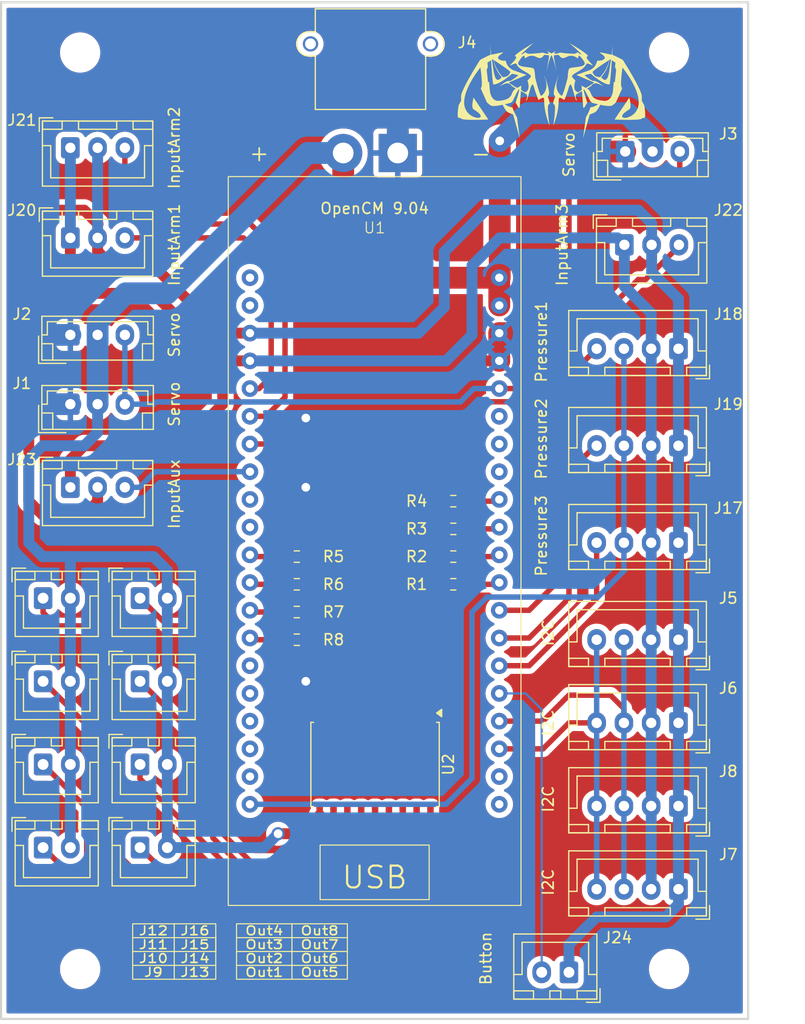
<source format=kicad_pcb>
(kicad_pcb
	(version 20240108)
	(generator "pcbnew")
	(generator_version "8.0")
	(general
		(thickness 1.6)
		(legacy_teardrops no)
	)
	(paper "A4")
	(layers
		(0 "F.Cu" signal)
		(31 "B.Cu" signal)
		(32 "B.Adhes" user "B.Adhesive")
		(33 "F.Adhes" user "F.Adhesive")
		(34 "B.Paste" user)
		(35 "F.Paste" user)
		(36 "B.SilkS" user "B.Silkscreen")
		(37 "F.SilkS" user "F.Silkscreen")
		(38 "B.Mask" user)
		(39 "F.Mask" user)
		(40 "Dwgs.User" user "User.Drawings")
		(41 "Cmts.User" user "User.Comments")
		(42 "Eco1.User" user "User.Eco1")
		(43 "Eco2.User" user "User.Eco2")
		(44 "Edge.Cuts" user)
		(45 "Margin" user)
		(46 "B.CrtYd" user "B.Courtyard")
		(47 "F.CrtYd" user "F.Courtyard")
		(48 "B.Fab" user)
		(49 "F.Fab" user)
		(50 "User.1" user)
		(51 "User.2" user)
		(52 "User.3" user)
		(53 "User.4" user)
		(54 "User.5" user)
		(55 "User.6" user)
		(56 "User.7" user)
		(57 "User.8" user)
		(58 "User.9" user)
	)
	(setup
		(pad_to_mask_clearance 0)
		(allow_soldermask_bridges_in_footprints no)
		(pcbplotparams
			(layerselection 0x00010fc_ffffffff)
			(plot_on_all_layers_selection 0x0000000_00000000)
			(disableapertmacros no)
			(usegerberextensions no)
			(usegerberattributes yes)
			(usegerberadvancedattributes yes)
			(creategerberjobfile yes)
			(dashed_line_dash_ratio 12.000000)
			(dashed_line_gap_ratio 3.000000)
			(svgprecision 4)
			(plotframeref no)
			(viasonmask no)
			(mode 1)
			(useauxorigin no)
			(hpglpennumber 1)
			(hpglpenspeed 20)
			(hpglpendiameter 15.000000)
			(pdf_front_fp_property_popups yes)
			(pdf_back_fp_property_popups yes)
			(dxfpolygonmode yes)
			(dxfimperialunits yes)
			(dxfusepcbnewfont yes)
			(psnegative no)
			(psa4output no)
			(plotreference yes)
			(plotvalue yes)
			(plotfptext yes)
			(plotinvisibletext no)
			(sketchpadsonfab no)
			(subtractmaskfromsilk no)
			(outputformat 1)
			(mirror no)
			(drillshape 1)
			(scaleselection 1)
			(outputdirectory "")
		)
	)
	(net 0 "")
	(net 1 "Net-(J1-Pin_3)")
	(net 2 "GND")
	(net 3 "+12V")
	(net 4 "+3V3")
	(net 5 "/SDA2")
	(net 6 "GNDD")
	(net 7 "/SCL2")
	(net 8 "Net-(J9-Pin_1)")
	(net 9 "Net-(J10-Pin_1)")
	(net 10 "Net-(J11-Pin_1)")
	(net 11 "Net-(J12-Pin_1)")
	(net 12 "Net-(J13-Pin_1)")
	(net 13 "Net-(J14-Pin_1)")
	(net 14 "Net-(J15-Pin_1)")
	(net 15 "Net-(J16-Pin_1)")
	(net 16 "/OUT3")
	(net 17 "/SCK")
	(net 18 "/OUT1")
	(net 19 "/OUT2")
	(net 20 "Net-(J20-Pin_3)")
	(net 21 "Net-(J21-Pin_3)")
	(net 22 "Net-(J22-Pin_3)")
	(net 23 "Net-(J23-Pin_3)")
	(net 24 "Net-(U2-I1)")
	(net 25 "PIN_OUT1")
	(net 26 "Net-(U2-I2)")
	(net 27 "PIN_OUT2")
	(net 28 "PIN_OUT3")
	(net 29 "Net-(U2-I3)")
	(net 30 "PIN_OUT4")
	(net 31 "Net-(U2-I4)")
	(net 32 "PIN_OUT5")
	(net 33 "Net-(U2-I5)")
	(net 34 "Net-(U2-I6)")
	(net 35 "PIN_OUT6")
	(net 36 "Net-(U2-I7)")
	(net 37 "PIN_OUT7")
	(net 38 "PIN_OUT8")
	(net 39 "Net-(U2-I8)")
	(net 40 "RXD1")
	(net 41 "unconnected-(U1-D-Pad26)")
	(net 42 "unconnected-(U1-L-Pad28)")
	(net 43 "unconnected-(U1-5V-Pad39)")
	(net 44 "unconnected-(U1-D13-Pad18)")
	(net 45 "+5V")
	(net 46 "unconnected-(U1-RST-Pad1)")
	(net 47 "unconnected-(U1-A5-Pad10)")
	(net 48 "unconnected-(U1-A4-Pad9)")
	(net 49 "unconnected-(U1-D10-Pad15)")
	(net 50 "unconnected-(U1-AREF-Pad40)")
	(net 51 "/LED")
	(net 52 "Net-(J24-Pin_2)")
	(net 53 "TXD1")
	(net 54 "unconnected-(U1-X-Pad27)")
	(footprint "MountingHole:MountingHole_3.2mm_M3" (layer "F.Cu") (at 162.85 74.45))
	(footprint "Connector_JST:JST_EH_B3B-EH-A_1x03_P2.50mm_Vertical" (layer "F.Cu") (at 107.95 106.68))
	(footprint "Resistor_SMD:R_0603_1608Metric" (layer "F.Cu") (at 128.715 128.27))
	(footprint "Connector_JST:JST_XH_B4B-XH-A_1x04_P2.50mm_Vertical" (layer "F.Cu") (at 163.71 128.27 180))
	(footprint "Connector_JST:JST_XH_B2B-XH-A_1x02_P2.50mm_Vertical" (layer "F.Cu") (at 105.45 132.08))
	(footprint "Connector_JST:JST_XH_B4B-XH-A_1x04_P2.50mm_Vertical" (layer "F.Cu") (at 163.71 119.38 180))
	(footprint "Connector_JST:JST_XH_B4B-XH-A_1x04_P2.50mm_Vertical" (layer "F.Cu") (at 163.71 101.6 180))
	(footprint "Resistor_SMD:R_0603_1608Metric" (layer "F.Cu") (at 143.065 115.57 180))
	(footprint "Connector_JST:JST_XH_B4B-XH-A_1x04_P2.50mm_Vertical" (layer "F.Cu") (at 163.71 110.49 180))
	(footprint "Connector_AMASS:AMASS_XT30PW-M_1x02_P2.50mm_Horizontal" (layer "F.Cu") (at 137.97 83.66))
	(footprint "Connector_JST:JST_XH_B2B-XH-A_1x02_P2.50mm_Vertical" (layer "F.Cu") (at 105.45 139.7))
	(footprint "Connector_JST:JST_XH_B4B-XH-A_1x04_P2.50mm_Vertical" (layer "F.Cu") (at 163.71 135.89 180))
	(footprint "MountingHole:MountingHole_3.2mm_M3" (layer "F.Cu") (at 108.85 74.45))
	(footprint "Connector_JST:JST_EH_B3B-EH-A_1x03_P2.50mm_Vertical" (layer "F.Cu") (at 158.83 83.52))
	(footprint "Connector_JST:JST_XH_B4B-XH-A_1x04_P2.50mm_Vertical" (layer "F.Cu") (at 163.71 151.13 180))
	(footprint "Connector_JST:JST_XH_B2B-XH-A_1x02_P2.50mm_Vertical" (layer "F.Cu") (at 114.34 139.7))
	(footprint "Connector_JST:JST_XH_B2B-XH-A_1x02_P2.50mm_Vertical" (layer "F.Cu") (at 105.45 147.32))
	(footprint "Connector_JST:JST_XH_B2B-XH-A_1x02_P2.50mm_Vertical" (layer "F.Cu") (at 114.34 147.32))
	(footprint "Connector_JST:JST_XH_B3B-XH-A_1x03_P2.50mm_Vertical" (layer "F.Cu") (at 107.95 83.185))
	(footprint "Connector_JST:JST_XH_B3B-XH-A_1x03_P2.50mm_Vertical" (layer "F.Cu") (at 158.75 92.075))
	(footprint "Resistor_SMD:R_0603_1608Metric" (layer "F.Cu") (at 143.065 123.19 180))
	(footprint "MountingHole:MountingHole_3.2mm_M3" (layer "F.Cu") (at 162.85 158.45))
	(footprint "Connector_JST:JST_XH_B2B-XH-A_1x02_P2.50mm_Vertical" (layer "F.Cu") (at 105.45 124.46))
	(footprint "Package_SO:SOIC-18W_7.5x11.6mm_P1.27mm" (layer "F.Cu") (at 135.89 139.7 -90))
	(footprint "Connector_JST:JST_XH_B2B-XH-A_1x02_P2.50mm_Vertical" (layer "F.Cu") (at 114.34 124.46))
	(footprint "Connector_JST:JST_XH_B3B-XH-A_1x03_P2.50mm_Vertical" (layer "F.Cu") (at 107.95 91.44))
	(footprint "Resistor_SMD:R_0603_1608Metric"
		(layer "F.Cu")
		(uuid "a82102e5-0cdc-41f9-8d0e-448e90281d99")
		(at 128.715 120.65)
		(descr "Resistor SMD 0603 (1608 Metric), square (rectangular) end terminal, IPC_7351 nominal, (Body size source: IPC-SM-782 page 72, https://www.pcb-3d.com/wordpress/wp-content/uploads/ipc-sm-782a_amendment_1_and_2.pdf), generated with kicad-footprint-generator")
		(tags "resistor")
		(property "Reference" "R5"
			(at 3.365 0 0)
			(layer "F.SilkS")
			(uuid "fea58b81-12e2-4fe6-92ae-9ef3031dcc33")
			(effects
				(font
					(size 1 1)
					(thickness 0.15)
				)
			)
		)
		(property "Value" "10k"
			(at 0 1.43 0)
			(layer "F.Fab")
			(uuid "964dd752-a262-4615-9f5f-1560bb04bd55")
			(effects
				(font
					(size 1 1)
					(thickness 0.15)
				)
			)
		)
		(property "Footprint" "Resistor_SMD:R_0603_1608Metric"
			(at 0 0 0)
			(unlocked yes)
			(layer "F.Fab")
			(hide yes)
			(uuid "85ab75fc-e156-46b2-a067-c9d80276d419")
			(effects
				(font
					(size 1.27 1.27)
					(thickness 0.15)
				)
			)
		)
		(property "Datasheet" ""
			(at 0 0 0)
			(unlocked yes)
			(layer "F.Fab")
			(hide yes)
			(uuid "307fdafc-3bae-4f76-99da-205727098157")
			(effects
				(font
					(size 1.27 1.27)
					(thickness 0.15)
				)
			)
		)
		(property "Description" "Resistor"
			(at 0 0 0)
			(unlocked yes)
			(layer "F.Fab")
			(hide yes)
			(uuid "29cf812e-3460-4b9c-9d7c-556d452ed455")
			(effects
				(font
					(size 1.27 1.27)
					(thickness 0.15)
				)
			)
		)
		(property ki_fp_filters "R_*")
		(path "/1112290f-912e-4353-9910-e47034491293")
		(sheetname "Root")
		(sheetfile "opencmSensorboard.kicad_sch")
		(attr smd)
		(fp_line
			(start -0.237258 -0.5225)
			(end 0.237258 -0.5225)
			(stroke
				(width 0.12)
				(type solid)
			)
			(layer "F.SilkS")
			(uuid "1b5d5b09-28b1-4a04-b0dc-2b76d35dbb6c")
		)
		(fp_line
			(start -0.237258 0.5225)
			(end 0.237258 0.5225)
			(stroke
				(width 0.12)
				(type solid)
			)
			(layer "F.SilkS")
			(uuid "b4b75bb3-3191-41a9-adf1-67d161ee4ee5")
		)
		(fp_line
			(start -1.48 -0.73)
			(end 1.48 -0.73)
			(stroke
				(width 0.05)
				(type solid)
			)
			(layer "F.CrtYd")
			(uuid "72c618ed-a14b-4333-82e1-b8c26cfd2a8e")
		)
		(fp_line
			(start -1.48 0.73)
			(end -1.48 -0.73)
			(stroke
				(width 0.05)
				(type solid)
			)
			(layer "F.CrtYd")
			(uuid "d7b04133-d88c-4cc7-9eb3-f2b6f18e1a1f")
		)
		(fp_line
			(start 1.48 -0.73)
			(end 1.48 0.73)
			(stroke
				(width 0.05)
				(type solid)
			)
			(layer "F.CrtYd")
			(uuid "fe09c07a-9447-4ea1-a974-42fd809dc046")
		)
		(fp_line
			(start 1.48 0.73)
			(end -1.48 0.73)
			(stroke
				(width 0.05)
				(type solid)
			)
			(layer "F.CrtYd")
			(uuid "16dc18da-199c-4f08-8c01-5109299ab6a2")
		)
		(fp_line
			(start -0.8 -0.4125)
			(end 0.8 -0.4125)
			(stroke
				(width 0.1)
				(type solid)
			)
			(layer "F.Fab")
			(uuid "06a38d76-1f70-48e7-b184-bda6a580487a")
		)
		(fp_line
			(start -0.8 0.4125)
			(end -0.8 -0.4125)

... [3934672 chars truncated]
</source>
